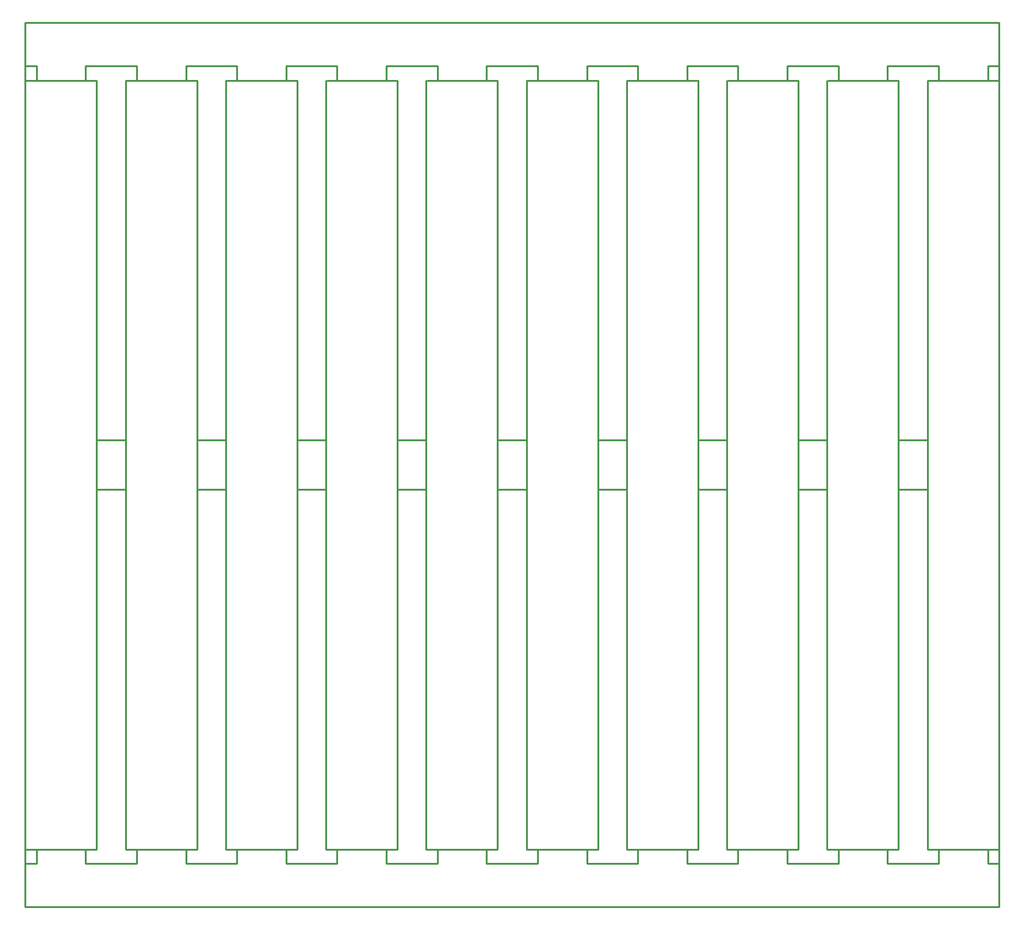
<source format=gko>
G04 Layer: BoardOutlineLayer*
G04 EasyEDA v6.5.23, 2023-07-06 13:56:57*
G04 b9381c7a78c54a84ad0699960bbaf6d2,5a6b42c53f6a479593ecc07194224c93,10*
G04 Gerber Generator version 0.2*
G04 Scale: 100 percent, Rotated: No, Reflected: No *
G04 Dimensions in millimeters *
G04 leading zeros omitted , absolute positions ,4 integer and 5 decimal *
%FSLAX45Y45*%
%MOMM*%

%ADD10C,0.2540*%
D10*
X12700Y11938000D02*
G01*
X990600Y11938000D01*
X990600Y1270000D01*
X0Y1270000D01*
X0Y11938000D01*
X1403299Y11938000D02*
G01*
X2381199Y11938000D01*
X2381199Y1270000D01*
X1390599Y1270000D01*
X1390599Y11938000D01*
X2793898Y11938000D02*
G01*
X3771798Y11938000D01*
X3771798Y1270000D01*
X2781198Y1270000D01*
X2781198Y11938000D01*
X4184497Y11938000D02*
G01*
X5162397Y11938000D01*
X5162397Y1270000D01*
X4171797Y1270000D01*
X4171797Y11938000D01*
X5575096Y11938000D02*
G01*
X6552996Y11938000D01*
X6552996Y1270000D01*
X5562396Y1270000D01*
X5562396Y11938000D01*
X6965695Y11938000D02*
G01*
X7943595Y11938000D01*
X7943595Y1270000D01*
X6952995Y1270000D01*
X6952995Y11938000D01*
X8356295Y11938000D02*
G01*
X9334195Y11938000D01*
X9334195Y1270000D01*
X8343595Y1270000D01*
X8343595Y11938000D01*
X9746894Y11938000D02*
G01*
X10724794Y11938000D01*
X10724794Y1270000D01*
X9734194Y1270000D01*
X9734194Y11938000D01*
X11137493Y11938000D02*
G01*
X12115393Y11938000D01*
X12115393Y1270000D01*
X11124793Y1270000D01*
X11124793Y11938000D01*
X12528092Y11938000D02*
G01*
X13505992Y11938000D01*
X13505992Y1270000D01*
X12515392Y1270000D01*
X12515392Y11938000D01*
X0Y12737998D02*
G01*
X13505992Y12737998D01*
X13505992Y470001D01*
X0Y470001D01*
X0Y12737998D01*
X153296Y12137999D02*
G01*
X0Y12137999D01*
X153296Y1070000D02*
G01*
X0Y1070000D01*
X1543895Y12137999D02*
G01*
X837305Y12137999D01*
X1543895Y1070000D02*
G01*
X837305Y1070000D01*
X2934495Y12137999D02*
G01*
X2227905Y12137999D01*
X2934495Y1070000D02*
G01*
X2227905Y1070000D01*
X4325094Y12137999D02*
G01*
X3618504Y12137999D01*
X4325094Y1070000D02*
G01*
X3618504Y1070000D01*
X5715693Y12137999D02*
G01*
X5009103Y12137999D01*
X5715693Y1070000D02*
G01*
X5009103Y1070000D01*
X7106292Y12137999D02*
G01*
X6399702Y12137999D01*
X7106292Y1070000D02*
G01*
X6399702Y1070000D01*
X8496891Y12137999D02*
G01*
X7790301Y12137999D01*
X8496891Y1070000D02*
G01*
X7790301Y1070000D01*
X9887491Y12137999D02*
G01*
X9180901Y12137999D01*
X9887491Y1070000D02*
G01*
X9180901Y1070000D01*
X11278090Y12137999D02*
G01*
X10571500Y12137999D01*
X11278090Y1070000D02*
G01*
X10571500Y1070000D01*
X12668689Y12137999D02*
G01*
X11962099Y12137999D01*
X12668689Y1070000D02*
G01*
X11962099Y1070000D01*
X13505992Y12137999D02*
G01*
X13352698Y12137999D01*
X13505992Y1070000D02*
G01*
X13352698Y1070000D01*
X1381432Y6946003D02*
G01*
X999766Y6946003D01*
X1381432Y6261994D02*
G01*
X999766Y6261994D01*
X2772031Y6946003D02*
G01*
X2390366Y6946003D01*
X2772031Y6261994D02*
G01*
X2390366Y6261994D01*
X4162630Y6946003D02*
G01*
X3780965Y6946003D01*
X4162630Y6261994D02*
G01*
X3780965Y6261994D01*
X5553229Y6946003D02*
G01*
X5171564Y6946003D01*
X5553229Y6261994D02*
G01*
X5171564Y6261994D01*
X6943829Y6946003D02*
G01*
X6562163Y6946003D01*
X6943829Y6261994D02*
G01*
X6562163Y6261994D01*
X8334428Y6946003D02*
G01*
X7952762Y6946003D01*
X8334428Y6261994D02*
G01*
X7952762Y6261994D01*
X9725027Y6946003D02*
G01*
X9343362Y6946003D01*
X9725027Y6261994D02*
G01*
X9343362Y6261994D01*
X11115626Y6946003D02*
G01*
X10733961Y6946003D01*
X11115626Y6261994D02*
G01*
X10733961Y6261994D01*
X12506225Y6946003D02*
G01*
X12124560Y6946003D01*
X12506225Y6261994D02*
G01*
X12124560Y6261994D01*
X153296Y11947166D02*
G01*
X153296Y12137999D01*
X153296Y1070000D02*
G01*
X153296Y1260833D01*
X837305Y11947166D02*
G01*
X837305Y12137999D01*
X837305Y1070000D02*
G01*
X837305Y1260833D01*
X1543895Y11947166D02*
G01*
X1543895Y12137999D01*
X1543895Y1070000D02*
G01*
X1543895Y1260833D01*
X2227905Y11947166D02*
G01*
X2227905Y12137999D01*
X2227905Y1070000D02*
G01*
X2227905Y1260833D01*
X2934495Y11947166D02*
G01*
X2934495Y12137999D01*
X2934495Y1070000D02*
G01*
X2934495Y1260833D01*
X3618504Y11947166D02*
G01*
X3618504Y12137999D01*
X3618504Y1070000D02*
G01*
X3618504Y1260833D01*
X4325094Y11947166D02*
G01*
X4325094Y12137999D01*
X4325094Y1070000D02*
G01*
X4325094Y1260833D01*
X5009103Y11947166D02*
G01*
X5009103Y12137999D01*
X5009103Y1070000D02*
G01*
X5009103Y1260833D01*
X5715693Y11947166D02*
G01*
X5715693Y12137999D01*
X5715693Y1070000D02*
G01*
X5715693Y1260833D01*
X6399702Y11947166D02*
G01*
X6399702Y12137999D01*
X6399702Y1070000D02*
G01*
X6399702Y1260833D01*
X7106292Y11947166D02*
G01*
X7106292Y12137999D01*
X7106292Y1070000D02*
G01*
X7106292Y1260833D01*
X7790301Y11947166D02*
G01*
X7790301Y12137999D01*
X7790301Y1070000D02*
G01*
X7790301Y1260833D01*
X8496891Y11947166D02*
G01*
X8496891Y12137999D01*
X8496891Y1070000D02*
G01*
X8496891Y1260833D01*
X9180901Y11947166D02*
G01*
X9180901Y12137999D01*
X9180901Y1070000D02*
G01*
X9180901Y1260833D01*
X9887491Y11947166D02*
G01*
X9887491Y12137999D01*
X9887491Y1070000D02*
G01*
X9887491Y1260833D01*
X10571500Y11947166D02*
G01*
X10571500Y12137999D01*
X10571500Y1070000D02*
G01*
X10571500Y1260833D01*
X11278090Y11947166D02*
G01*
X11278090Y12137999D01*
X11278090Y1070000D02*
G01*
X11278090Y1260833D01*
X11962099Y11947166D02*
G01*
X11962099Y12137999D01*
X11962099Y1070000D02*
G01*
X11962099Y1260833D01*
X12668689Y11947166D02*
G01*
X12668689Y12137999D01*
X12668689Y1070000D02*
G01*
X12668689Y1260833D01*
X13352698Y11947166D02*
G01*
X13352698Y12137999D01*
X13352698Y1070000D02*
G01*
X13352698Y1260833D01*

%LPD*%
M02*

</source>
